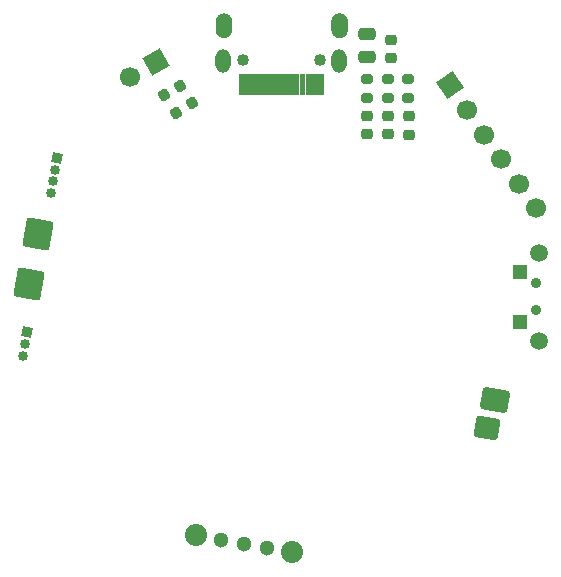
<source format=gts>
%TF.GenerationSoftware,KiCad,Pcbnew,9.0.0*%
%TF.CreationDate,2025-05-02T17:15:01+02:00*%
%TF.ProjectId,009_RGB Sound Control Light Bar Redesign_fraseross,3030395f-5247-4422-9053-6f756e642043,rev?*%
%TF.SameCoordinates,Original*%
%TF.FileFunction,Soldermask,Top*%
%TF.FilePolarity,Negative*%
%FSLAX46Y46*%
G04 Gerber Fmt 4.6, Leading zero omitted, Abs format (unit mm)*
G04 Created by KiCad (PCBNEW 9.0.0) date 2025-05-02 17:15:01*
%MOMM*%
%LPD*%
G01*
G04 APERTURE LIST*
G04 Aperture macros list*
%AMRoundRect*
0 Rectangle with rounded corners*
0 $1 Rounding radius*
0 $2 $3 $4 $5 $6 $7 $8 $9 X,Y pos of 4 corners*
0 Add a 4 corners polygon primitive as box body*
4,1,4,$2,$3,$4,$5,$6,$7,$8,$9,$2,$3,0*
0 Add four circle primitives for the rounded corners*
1,1,$1+$1,$2,$3*
1,1,$1+$1,$4,$5*
1,1,$1+$1,$6,$7*
1,1,$1+$1,$8,$9*
0 Add four rect primitives between the rounded corners*
20,1,$1+$1,$2,$3,$4,$5,0*
20,1,$1+$1,$4,$5,$6,$7,0*
20,1,$1+$1,$6,$7,$8,$9,0*
20,1,$1+$1,$8,$9,$2,$3,0*%
%AMHorizOval*
0 Thick line with rounded ends*
0 $1 width*
0 $2 $3 position (X,Y) of the first rounded end (center of the circle)*
0 $4 $5 position (X,Y) of the second rounded end (center of the circle)*
0 Add line between two ends*
20,1,$1,$2,$3,$4,$5,0*
0 Add two circle primitives to create the rounded ends*
1,1,$1,$2,$3*
1,1,$1,$4,$5*%
%AMRotRect*
0 Rectangle, with rotation*
0 The origin of the aperture is its center*
0 $1 length*
0 $2 width*
0 $3 Rotation angle, in degrees counterclockwise*
0 Add horizontal line*
21,1,$1,$2,0,0,$3*%
G04 Aperture macros list end*
%ADD10C,0.010000*%
%ADD11RoundRect,0.250000X-0.475000X0.250000X-0.475000X-0.250000X0.475000X-0.250000X0.475000X0.250000X0*%
%ADD12RoundRect,0.218750X0.256250X-0.218750X0.256250X0.218750X-0.256250X0.218750X-0.256250X-0.218750X0*%
%ADD13C,1.020000*%
%ADD14O,1.304000X2.004000*%
%ADD15C,0.889000*%
%ADD16R,1.193800X1.193800*%
%ADD17C,1.498600*%
%ADD18C,1.300000*%
%ADD19C,1.875000*%
%ADD20RoundRect,0.250000X0.712679X-1.141091X1.059975X0.828524X-0.712679X1.141091X-1.059975X-0.828524X0*%
%ADD21RoundRect,0.200000X-0.275000X0.200000X-0.275000X-0.200000X0.275000X-0.200000X0.275000X0.200000X0*%
%ADD22RotRect,1.700000X1.700000X300.000000*%
%ADD23HorizOval,1.700000X0.000000X0.000000X0.000000X0.000000X0*%
%ADD24RotRect,1.700000X1.700000X35.000000*%
%ADD25HorizOval,1.700000X0.000000X0.000000X0.000000X0.000000X0*%
%ADD26RoundRect,0.218750X-0.061318X-0.331294X0.317568X-0.112544X0.061318X0.331294X-0.317568X0.112544X0*%
%ADD27RotRect,0.850000X0.850000X350.000000*%
%ADD28HorizOval,0.850000X0.000000X0.000000X0.000000X0.000000X0*%
%ADD29RoundRect,0.275250X0.851116X0.502083X-0.628065X0.762903X-0.851116X-0.502083X0.628065X-0.762903X0*%
%ADD30RoundRect,0.287625X0.991664X0.506621X-0.758585X0.815237X-0.991664X-0.506621X0.758585X-0.815237X0*%
%ADD31RoundRect,0.225000X-0.250000X0.225000X-0.250000X-0.225000X0.250000X-0.225000X0.250000X0.225000X0*%
G04 APERTURE END LIST*
D10*
%TO.C,P2*%
X128150000Y-105050000D02*
X127450000Y-105050000D01*
X127450000Y-103400000D01*
X128150000Y-103400000D01*
X128150000Y-105050000D01*
G36*
X128150000Y-105050000D02*
G01*
X127450000Y-105050000D01*
X127450000Y-103400000D01*
X128150000Y-103400000D01*
X128150000Y-105050000D01*
G37*
X128950000Y-105050000D02*
X128250000Y-105050000D01*
X128250000Y-103400000D01*
X128950000Y-103400000D01*
X128950000Y-105050000D01*
G36*
X128950000Y-105050000D02*
G01*
X128250000Y-105050000D01*
X128250000Y-103400000D01*
X128950000Y-103400000D01*
X128950000Y-105050000D01*
G37*
X129450000Y-105050000D02*
X129050000Y-105050000D01*
X129050000Y-103400000D01*
X129450000Y-103400000D01*
X129450000Y-105050000D01*
G36*
X129450000Y-105050000D02*
G01*
X129050000Y-105050000D01*
X129050000Y-103400000D01*
X129450000Y-103400000D01*
X129450000Y-105050000D01*
G37*
X129950000Y-105050000D02*
X129550000Y-105050000D01*
X129550000Y-103400000D01*
X129950000Y-103400000D01*
X129950000Y-105050000D01*
G36*
X129950000Y-105050000D02*
G01*
X129550000Y-105050000D01*
X129550000Y-103400000D01*
X129950000Y-103400000D01*
X129950000Y-105050000D01*
G37*
X130450000Y-105050000D02*
X130050000Y-105050000D01*
X130050000Y-103400000D01*
X130450000Y-103400000D01*
X130450000Y-105050000D01*
G36*
X130450000Y-105050000D02*
G01*
X130050000Y-105050000D01*
X130050000Y-103400000D01*
X130450000Y-103400000D01*
X130450000Y-105050000D01*
G37*
X130950000Y-105050000D02*
X130550000Y-105050000D01*
X130550000Y-103400000D01*
X130950000Y-103400000D01*
X130950000Y-105050000D01*
G36*
X130950000Y-105050000D02*
G01*
X130550000Y-105050000D01*
X130550000Y-103400000D01*
X130950000Y-103400000D01*
X130950000Y-105050000D01*
G37*
X131450000Y-105050000D02*
X131050000Y-105050000D01*
X131050000Y-103400000D01*
X131450000Y-103400000D01*
X131450000Y-105050000D01*
G36*
X131450000Y-105050000D02*
G01*
X131050000Y-105050000D01*
X131050000Y-103400000D01*
X131450000Y-103400000D01*
X131450000Y-105050000D01*
G37*
X131950000Y-105050000D02*
X131550000Y-105050000D01*
X131550000Y-103400000D01*
X131950000Y-103400000D01*
X131950000Y-105050000D01*
G36*
X131950000Y-105050000D02*
G01*
X131550000Y-105050000D01*
X131550000Y-103400000D01*
X131950000Y-103400000D01*
X131950000Y-105050000D01*
G37*
X132450000Y-105050000D02*
X132050000Y-105050000D01*
X132050000Y-103400000D01*
X132450000Y-103400000D01*
X132450000Y-105050000D01*
G36*
X132450000Y-105050000D02*
G01*
X132050000Y-105050000D01*
X132050000Y-103400000D01*
X132450000Y-103400000D01*
X132450000Y-105050000D01*
G37*
X132950000Y-105050000D02*
X132550000Y-105050000D01*
X132550000Y-103400000D01*
X132950000Y-103400000D01*
X132950000Y-105050000D01*
G36*
X132950000Y-105050000D02*
G01*
X132550000Y-105050000D01*
X132550000Y-103400000D01*
X132950000Y-103400000D01*
X132950000Y-105050000D01*
G37*
X133750000Y-105050000D02*
X133050000Y-105050000D01*
X133050000Y-103400000D01*
X133750000Y-103400000D01*
X133750000Y-105050000D01*
G36*
X133750000Y-105050000D02*
G01*
X133050000Y-105050000D01*
X133050000Y-103400000D01*
X133750000Y-103400000D01*
X133750000Y-105050000D01*
G37*
X134550000Y-105050000D02*
X133850000Y-105050000D01*
X133850000Y-103400000D01*
X134550000Y-103400000D01*
X134550000Y-105050000D01*
G36*
X134550000Y-105050000D02*
G01*
X133850000Y-105050000D01*
X133850000Y-103400000D01*
X134550000Y-103400000D01*
X134550000Y-105050000D01*
G37*
X126139000Y-98251000D02*
X126173000Y-98254000D01*
X126207000Y-98258000D01*
X126240000Y-98264000D01*
X126273000Y-98272000D01*
X126306000Y-98282000D01*
X126338000Y-98293000D01*
X126369000Y-98306000D01*
X126400000Y-98321000D01*
X126430000Y-98337000D01*
X126459000Y-98355000D01*
X126487000Y-98374000D01*
X126514000Y-98395000D01*
X126540000Y-98417000D01*
X126565000Y-98440000D01*
X126588000Y-98465000D01*
X126610000Y-98491000D01*
X126631000Y-98518000D01*
X126650000Y-98546000D01*
X126668000Y-98575000D01*
X126684000Y-98605000D01*
X126699000Y-98636000D01*
X126712000Y-98667000D01*
X126723000Y-98699000D01*
X126733000Y-98732000D01*
X126741000Y-98765000D01*
X126747000Y-98798000D01*
X126751000Y-98832000D01*
X126754000Y-98866000D01*
X126755000Y-98900000D01*
X126755000Y-99250000D01*
X126755000Y-99600000D01*
X126754000Y-99634000D01*
X126751000Y-99668000D01*
X126747000Y-99702000D01*
X126741000Y-99735000D01*
X126733000Y-99768000D01*
X126723000Y-99801000D01*
X126712000Y-99833000D01*
X126699000Y-99864000D01*
X126684000Y-99895000D01*
X126668000Y-99925000D01*
X126650000Y-99954000D01*
X126631000Y-99982000D01*
X126610000Y-100009000D01*
X126588000Y-100035000D01*
X126565000Y-100060000D01*
X126540000Y-100083000D01*
X126514000Y-100105000D01*
X126487000Y-100126000D01*
X126459000Y-100145000D01*
X126430000Y-100163000D01*
X126400000Y-100179000D01*
X126369000Y-100194000D01*
X126338000Y-100207000D01*
X126306000Y-100218000D01*
X126273000Y-100228000D01*
X126240000Y-100236000D01*
X126207000Y-100242000D01*
X126173000Y-100246000D01*
X126139000Y-100249000D01*
X126105000Y-100250000D01*
X126071000Y-100249000D01*
X126037000Y-100246000D01*
X126003000Y-100242000D01*
X125970000Y-100236000D01*
X125937000Y-100228000D01*
X125904000Y-100218000D01*
X125872000Y-100207000D01*
X125841000Y-100194000D01*
X125810000Y-100179000D01*
X125780000Y-100163000D01*
X125751000Y-100145000D01*
X125723000Y-100126000D01*
X125696000Y-100105000D01*
X125670000Y-100083000D01*
X125645000Y-100060000D01*
X125622000Y-100035000D01*
X125600000Y-100009000D01*
X125579000Y-99982000D01*
X125560000Y-99954000D01*
X125542000Y-99925000D01*
X125526000Y-99895000D01*
X125511000Y-99864000D01*
X125498000Y-99833000D01*
X125487000Y-99801000D01*
X125477000Y-99768000D01*
X125469000Y-99735000D01*
X125463000Y-99702000D01*
X125459000Y-99668000D01*
X125456000Y-99634000D01*
X125455000Y-99600000D01*
X125455000Y-99250000D01*
X125455000Y-98900000D01*
X125456000Y-98866000D01*
X125459000Y-98832000D01*
X125463000Y-98798000D01*
X125469000Y-98765000D01*
X125477000Y-98732000D01*
X125487000Y-98699000D01*
X125498000Y-98667000D01*
X125511000Y-98636000D01*
X125526000Y-98605000D01*
X125542000Y-98575000D01*
X125560000Y-98546000D01*
X125579000Y-98518000D01*
X125600000Y-98491000D01*
X125622000Y-98465000D01*
X125645000Y-98440000D01*
X125670000Y-98417000D01*
X125696000Y-98395000D01*
X125723000Y-98374000D01*
X125751000Y-98355000D01*
X125780000Y-98337000D01*
X125810000Y-98321000D01*
X125841000Y-98306000D01*
X125872000Y-98293000D01*
X125904000Y-98282000D01*
X125937000Y-98272000D01*
X125970000Y-98264000D01*
X126003000Y-98258000D01*
X126037000Y-98254000D01*
X126071000Y-98251000D01*
X126105000Y-98250000D01*
X126139000Y-98251000D01*
G36*
X126139000Y-98251000D02*
G01*
X126173000Y-98254000D01*
X126207000Y-98258000D01*
X126240000Y-98264000D01*
X126273000Y-98272000D01*
X126306000Y-98282000D01*
X126338000Y-98293000D01*
X126369000Y-98306000D01*
X126400000Y-98321000D01*
X126430000Y-98337000D01*
X126459000Y-98355000D01*
X126487000Y-98374000D01*
X126514000Y-98395000D01*
X126540000Y-98417000D01*
X126565000Y-98440000D01*
X126588000Y-98465000D01*
X126610000Y-98491000D01*
X126631000Y-98518000D01*
X126650000Y-98546000D01*
X126668000Y-98575000D01*
X126684000Y-98605000D01*
X126699000Y-98636000D01*
X126712000Y-98667000D01*
X126723000Y-98699000D01*
X126733000Y-98732000D01*
X126741000Y-98765000D01*
X126747000Y-98798000D01*
X126751000Y-98832000D01*
X126754000Y-98866000D01*
X126755000Y-98900000D01*
X126755000Y-99250000D01*
X126755000Y-99600000D01*
X126754000Y-99634000D01*
X126751000Y-99668000D01*
X126747000Y-99702000D01*
X126741000Y-99735000D01*
X126733000Y-99768000D01*
X126723000Y-99801000D01*
X126712000Y-99833000D01*
X126699000Y-99864000D01*
X126684000Y-99895000D01*
X126668000Y-99925000D01*
X126650000Y-99954000D01*
X126631000Y-99982000D01*
X126610000Y-100009000D01*
X126588000Y-100035000D01*
X126565000Y-100060000D01*
X126540000Y-100083000D01*
X126514000Y-100105000D01*
X126487000Y-100126000D01*
X126459000Y-100145000D01*
X126430000Y-100163000D01*
X126400000Y-100179000D01*
X126369000Y-100194000D01*
X126338000Y-100207000D01*
X126306000Y-100218000D01*
X126273000Y-100228000D01*
X126240000Y-100236000D01*
X126207000Y-100242000D01*
X126173000Y-100246000D01*
X126139000Y-100249000D01*
X126105000Y-100250000D01*
X126071000Y-100249000D01*
X126037000Y-100246000D01*
X126003000Y-100242000D01*
X125970000Y-100236000D01*
X125937000Y-100228000D01*
X125904000Y-100218000D01*
X125872000Y-100207000D01*
X125841000Y-100194000D01*
X125810000Y-100179000D01*
X125780000Y-100163000D01*
X125751000Y-100145000D01*
X125723000Y-100126000D01*
X125696000Y-100105000D01*
X125670000Y-100083000D01*
X125645000Y-100060000D01*
X125622000Y-100035000D01*
X125600000Y-100009000D01*
X125579000Y-99982000D01*
X125560000Y-99954000D01*
X125542000Y-99925000D01*
X125526000Y-99895000D01*
X125511000Y-99864000D01*
X125498000Y-99833000D01*
X125487000Y-99801000D01*
X125477000Y-99768000D01*
X125469000Y-99735000D01*
X125463000Y-99702000D01*
X125459000Y-99668000D01*
X125456000Y-99634000D01*
X125455000Y-99600000D01*
X125455000Y-99250000D01*
X125455000Y-98900000D01*
X125456000Y-98866000D01*
X125459000Y-98832000D01*
X125463000Y-98798000D01*
X125469000Y-98765000D01*
X125477000Y-98732000D01*
X125487000Y-98699000D01*
X125498000Y-98667000D01*
X125511000Y-98636000D01*
X125526000Y-98605000D01*
X125542000Y-98575000D01*
X125560000Y-98546000D01*
X125579000Y-98518000D01*
X125600000Y-98491000D01*
X125622000Y-98465000D01*
X125645000Y-98440000D01*
X125670000Y-98417000D01*
X125696000Y-98395000D01*
X125723000Y-98374000D01*
X125751000Y-98355000D01*
X125780000Y-98337000D01*
X125810000Y-98321000D01*
X125841000Y-98306000D01*
X125872000Y-98293000D01*
X125904000Y-98282000D01*
X125937000Y-98272000D01*
X125970000Y-98264000D01*
X126003000Y-98258000D01*
X126037000Y-98254000D01*
X126071000Y-98251000D01*
X126105000Y-98250000D01*
X126139000Y-98251000D01*
G37*
X135929000Y-98251000D02*
X135963000Y-98254000D01*
X135997000Y-98258000D01*
X136030000Y-98264000D01*
X136063000Y-98272000D01*
X136096000Y-98282000D01*
X136128000Y-98293000D01*
X136159000Y-98306000D01*
X136190000Y-98321000D01*
X136220000Y-98337000D01*
X136249000Y-98355000D01*
X136277000Y-98374000D01*
X136304000Y-98395000D01*
X136330000Y-98417000D01*
X136355000Y-98440000D01*
X136378000Y-98465000D01*
X136400000Y-98491000D01*
X136421000Y-98518000D01*
X136440000Y-98546000D01*
X136458000Y-98575000D01*
X136474000Y-98605000D01*
X136489000Y-98636000D01*
X136502000Y-98667000D01*
X136513000Y-98699000D01*
X136523000Y-98732000D01*
X136531000Y-98765000D01*
X136537000Y-98798000D01*
X136541000Y-98832000D01*
X136544000Y-98866000D01*
X136545000Y-98900000D01*
X136545000Y-99250000D01*
X136545000Y-99600000D01*
X136544000Y-99634000D01*
X136541000Y-99668000D01*
X136537000Y-99702000D01*
X136531000Y-99735000D01*
X136523000Y-99768000D01*
X136513000Y-99801000D01*
X136502000Y-99833000D01*
X136489000Y-99864000D01*
X136474000Y-99895000D01*
X136458000Y-99925000D01*
X136440000Y-99954000D01*
X136421000Y-99982000D01*
X136400000Y-100009000D01*
X136378000Y-100035000D01*
X136355000Y-100060000D01*
X136330000Y-100083000D01*
X136304000Y-100105000D01*
X136277000Y-100126000D01*
X136249000Y-100145000D01*
X136220000Y-100163000D01*
X136190000Y-100179000D01*
X136159000Y-100194000D01*
X136128000Y-100207000D01*
X136096000Y-100218000D01*
X136063000Y-100228000D01*
X136030000Y-100236000D01*
X135997000Y-100242000D01*
X135963000Y-100246000D01*
X135929000Y-100249000D01*
X135895000Y-100250000D01*
X135861000Y-100249000D01*
X135827000Y-100246000D01*
X135793000Y-100242000D01*
X135760000Y-100236000D01*
X135727000Y-100228000D01*
X135694000Y-100218000D01*
X135662000Y-100207000D01*
X135631000Y-100194000D01*
X135600000Y-100179000D01*
X135570000Y-100163000D01*
X135541000Y-100145000D01*
X135513000Y-100126000D01*
X135486000Y-100105000D01*
X135460000Y-100083000D01*
X135435000Y-100060000D01*
X135412000Y-100035000D01*
X135390000Y-100009000D01*
X135369000Y-99982000D01*
X135350000Y-99954000D01*
X135332000Y-99925000D01*
X135316000Y-99895000D01*
X135301000Y-99864000D01*
X135288000Y-99833000D01*
X135277000Y-99801000D01*
X135267000Y-99768000D01*
X135259000Y-99735000D01*
X135253000Y-99702000D01*
X135249000Y-99668000D01*
X135246000Y-99634000D01*
X135245000Y-99600000D01*
X135245000Y-99250000D01*
X135245000Y-98900000D01*
X135246000Y-98866000D01*
X135249000Y-98832000D01*
X135253000Y-98798000D01*
X135259000Y-98765000D01*
X135267000Y-98732000D01*
X135277000Y-98699000D01*
X135288000Y-98667000D01*
X135301000Y-98636000D01*
X135316000Y-98605000D01*
X135332000Y-98575000D01*
X135350000Y-98546000D01*
X135369000Y-98518000D01*
X135390000Y-98491000D01*
X135412000Y-98465000D01*
X135435000Y-98440000D01*
X135460000Y-98417000D01*
X135486000Y-98395000D01*
X135513000Y-98374000D01*
X135541000Y-98355000D01*
X135570000Y-98337000D01*
X135600000Y-98321000D01*
X135631000Y-98306000D01*
X135662000Y-98293000D01*
X135694000Y-98282000D01*
X135727000Y-98272000D01*
X135760000Y-98264000D01*
X135793000Y-98258000D01*
X135827000Y-98254000D01*
X135861000Y-98251000D01*
X135895000Y-98250000D01*
X135929000Y-98251000D01*
G36*
X135929000Y-98251000D02*
G01*
X135963000Y-98254000D01*
X135997000Y-98258000D01*
X136030000Y-98264000D01*
X136063000Y-98272000D01*
X136096000Y-98282000D01*
X136128000Y-98293000D01*
X136159000Y-98306000D01*
X136190000Y-98321000D01*
X136220000Y-98337000D01*
X136249000Y-98355000D01*
X136277000Y-98374000D01*
X136304000Y-98395000D01*
X136330000Y-98417000D01*
X136355000Y-98440000D01*
X136378000Y-98465000D01*
X136400000Y-98491000D01*
X136421000Y-98518000D01*
X136440000Y-98546000D01*
X136458000Y-98575000D01*
X136474000Y-98605000D01*
X136489000Y-98636000D01*
X136502000Y-98667000D01*
X136513000Y-98699000D01*
X136523000Y-98732000D01*
X136531000Y-98765000D01*
X136537000Y-98798000D01*
X136541000Y-98832000D01*
X136544000Y-98866000D01*
X136545000Y-98900000D01*
X136545000Y-99250000D01*
X136545000Y-99600000D01*
X136544000Y-99634000D01*
X136541000Y-99668000D01*
X136537000Y-99702000D01*
X136531000Y-99735000D01*
X136523000Y-99768000D01*
X136513000Y-99801000D01*
X136502000Y-99833000D01*
X136489000Y-99864000D01*
X136474000Y-99895000D01*
X136458000Y-99925000D01*
X136440000Y-99954000D01*
X136421000Y-99982000D01*
X136400000Y-100009000D01*
X136378000Y-100035000D01*
X136355000Y-100060000D01*
X136330000Y-100083000D01*
X136304000Y-100105000D01*
X136277000Y-100126000D01*
X136249000Y-100145000D01*
X136220000Y-100163000D01*
X136190000Y-100179000D01*
X136159000Y-100194000D01*
X136128000Y-100207000D01*
X136096000Y-100218000D01*
X136063000Y-100228000D01*
X136030000Y-100236000D01*
X135997000Y-100242000D01*
X135963000Y-100246000D01*
X135929000Y-100249000D01*
X135895000Y-100250000D01*
X135861000Y-100249000D01*
X135827000Y-100246000D01*
X135793000Y-100242000D01*
X135760000Y-100236000D01*
X135727000Y-100228000D01*
X135694000Y-100218000D01*
X135662000Y-100207000D01*
X135631000Y-100194000D01*
X135600000Y-100179000D01*
X135570000Y-100163000D01*
X135541000Y-100145000D01*
X135513000Y-100126000D01*
X135486000Y-100105000D01*
X135460000Y-100083000D01*
X135435000Y-100060000D01*
X135412000Y-100035000D01*
X135390000Y-100009000D01*
X135369000Y-99982000D01*
X135350000Y-99954000D01*
X135332000Y-99925000D01*
X135316000Y-99895000D01*
X135301000Y-99864000D01*
X135288000Y-99833000D01*
X135277000Y-99801000D01*
X135267000Y-99768000D01*
X135259000Y-99735000D01*
X135253000Y-99702000D01*
X135249000Y-99668000D01*
X135246000Y-99634000D01*
X135245000Y-99600000D01*
X135245000Y-99250000D01*
X135245000Y-98900000D01*
X135246000Y-98866000D01*
X135249000Y-98832000D01*
X135253000Y-98798000D01*
X135259000Y-98765000D01*
X135267000Y-98732000D01*
X135277000Y-98699000D01*
X135288000Y-98667000D01*
X135301000Y-98636000D01*
X135316000Y-98605000D01*
X135332000Y-98575000D01*
X135350000Y-98546000D01*
X135369000Y-98518000D01*
X135390000Y-98491000D01*
X135412000Y-98465000D01*
X135435000Y-98440000D01*
X135460000Y-98417000D01*
X135486000Y-98395000D01*
X135513000Y-98374000D01*
X135541000Y-98355000D01*
X135570000Y-98337000D01*
X135600000Y-98321000D01*
X135631000Y-98306000D01*
X135662000Y-98293000D01*
X135694000Y-98282000D01*
X135727000Y-98272000D01*
X135760000Y-98264000D01*
X135793000Y-98258000D01*
X135827000Y-98254000D01*
X135861000Y-98251000D01*
X135895000Y-98250000D01*
X135929000Y-98251000D01*
G37*
%TD*%
D11*
%TO.C,C8*%
X138250000Y-100030000D03*
X138250000Y-101930000D03*
%TD*%
D12*
%TO.C,TX*%
X138250000Y-108487501D03*
X138250000Y-106912499D03*
%TD*%
D13*
%TO.C,P2*%
X134250000Y-102150000D03*
X127750000Y-102150000D03*
D14*
X135895000Y-102250000D03*
X126105000Y-102250000D03*
%TD*%
D15*
%TO.C,SW1*%
X152547400Y-123400000D03*
X152547400Y-121100000D03*
D16*
X151247400Y-124349998D03*
X151247400Y-120150002D03*
D17*
X152847399Y-126000000D03*
X152847399Y-118500000D03*
%TD*%
D18*
%TO.C,S2*%
X125880385Y-142802703D03*
X127850000Y-143150000D03*
X129819616Y-143497296D03*
D19*
X123812289Y-142438042D03*
X131887713Y-143861957D03*
%TD*%
D20*
%TO.C,D4*%
X109626657Y-121117337D03*
X110373343Y-116882663D03*
%TD*%
D21*
%TO.C,R12*%
X140000000Y-103775000D03*
X140000000Y-105425000D03*
%TD*%
D22*
%TO.C,J1*%
X120354182Y-102362500D03*
D23*
X118154475Y-103632502D03*
%TD*%
D12*
%TO.C,DCOK*%
X141800000Y-108500000D03*
X141800000Y-106924998D03*
%TD*%
%TO.C,RX*%
X140000000Y-108487501D03*
X140000000Y-106912499D03*
%TD*%
D24*
%TO.C,J2*%
X145257790Y-104348386D03*
D25*
X146714674Y-106429034D03*
X148171558Y-108509678D03*
X149628442Y-110590325D03*
X151085327Y-112670971D03*
X152542211Y-114751617D03*
%TD*%
D26*
%TO.C,D3*%
X122068005Y-106643750D03*
X123431995Y-105856250D03*
%TD*%
%TO.C,D1*%
X121068005Y-105143750D03*
X122431995Y-104356250D03*
%TD*%
D27*
%TO.C,J5*%
X112000000Y-110500000D03*
D28*
X111826352Y-111484808D03*
X111652704Y-112469615D03*
X111479054Y-113454423D03*
%TD*%
D21*
%TO.C,R10*%
X138260000Y-103775000D03*
X138260000Y-105425000D03*
%TD*%
%TO.C,R8*%
X141750000Y-103775000D03*
X141750000Y-105425000D03*
%TD*%
D29*
%TO.C,MK1*%
X148440969Y-133339237D03*
D30*
X149054686Y-131010428D03*
%TD*%
D27*
%TO.C,J6*%
X109500000Y-125250000D03*
D28*
X109326352Y-126234808D03*
X109152704Y-127219615D03*
%TD*%
D31*
%TO.C,C7*%
X140300000Y-100475000D03*
X140300000Y-102025000D03*
%TD*%
M02*

</source>
